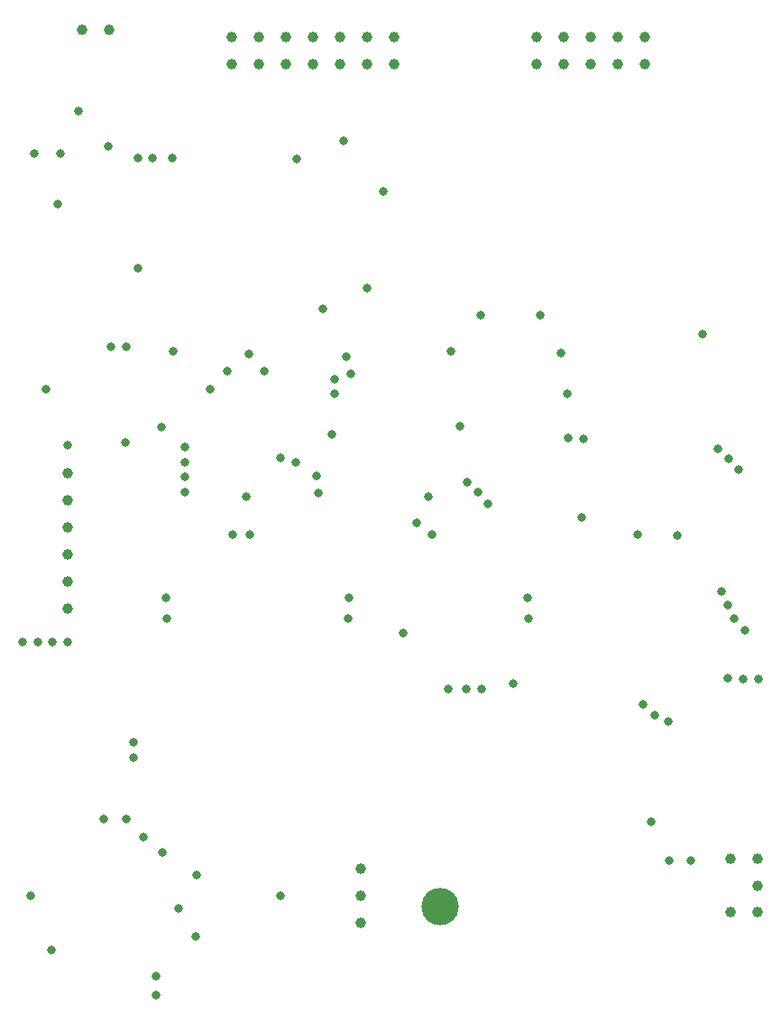
<source format=gbr>
%TF.GenerationSoftware,KiCad,Pcbnew,7.0.1-1.fc37*%
%TF.CreationDate,2023-03-23T23:58:22+01:00*%
%TF.ProjectId,cw-amp-controll-board,63772d61-6d70-42d6-936f-6e74726f6c6c,rev?*%
%TF.SameCoordinates,Original*%
%TF.FileFunction,Plated,1,4,PTH,Drill*%
%TF.FilePolarity,Positive*%
%FSLAX46Y46*%
G04 Gerber Fmt 4.6, Leading zero omitted, Abs format (unit mm)*
G04 Created by KiCad (PCBNEW 7.0.1-1.fc37) date 2023-03-23 23:58:22*
%MOMM*%
%LPD*%
G01*
G04 APERTURE LIST*
%TA.AperFunction,ViaDrill*%
%ADD10C,0.800000*%
%TD*%
%TA.AperFunction,ComponentDrill*%
%ADD11C,1.000000*%
%TD*%
%TA.AperFunction,ComponentDrill*%
%ADD12C,3.500000*%
%TD*%
G04 APERTURE END LIST*
D10*
X116800051Y-122200000D03*
X117500000Y-145974500D03*
X117900500Y-76400000D03*
X118199554Y-122200000D03*
X119000000Y-98500000D03*
X119500000Y-151075000D03*
X119599057Y-122200000D03*
X120100000Y-81100000D03*
X120300000Y-76400000D03*
X120998560Y-122200000D03*
X121000000Y-103700000D03*
X122000000Y-72400000D03*
X124426771Y-138802921D03*
X124850000Y-75700500D03*
X125100000Y-94500000D03*
X126449020Y-103500000D03*
X126500000Y-138775000D03*
X126506505Y-94507002D03*
X127200000Y-133000000D03*
X127206754Y-131593246D03*
X127600000Y-76800000D03*
X127600000Y-87100000D03*
X128100000Y-140475000D03*
X128999503Y-76800000D03*
X129300000Y-153475000D03*
X129300000Y-155300000D03*
X129800000Y-102000000D03*
X129900000Y-141875000D03*
X130200000Y-118000000D03*
X130300000Y-120000000D03*
X130800000Y-76800000D03*
X130900000Y-94900000D03*
X131400000Y-147149500D03*
X131992998Y-105307499D03*
X131999659Y-108106479D03*
X132000000Y-103900994D03*
X132001215Y-106706977D03*
X133000000Y-149800000D03*
X133100000Y-144000000D03*
X134400000Y-98500000D03*
X136000000Y-96800000D03*
X136500000Y-112100000D03*
X137800000Y-108500000D03*
X138000000Y-95200000D03*
X138100000Y-112100000D03*
X139500000Y-96800000D03*
X141000000Y-104900000D03*
X141000000Y-146000000D03*
X142400497Y-105300000D03*
X142500000Y-76900000D03*
X144399531Y-106600469D03*
X144500000Y-108200000D03*
X145000000Y-90900000D03*
X145800000Y-102700000D03*
X146100000Y-97500497D03*
X146100000Y-98900000D03*
X146900000Y-75200000D03*
X147200000Y-95400000D03*
X147300000Y-120000000D03*
X147400000Y-118000000D03*
X147600000Y-97000000D03*
X149100000Y-89000000D03*
X150600000Y-79900000D03*
X152500000Y-121300000D03*
X153800000Y-111000000D03*
X154900000Y-108500000D03*
X155200000Y-112100000D03*
X156700000Y-126600000D03*
X156994064Y-94899500D03*
X157800000Y-101900000D03*
X158400000Y-126600000D03*
X158503904Y-107165261D03*
X159493502Y-108154859D03*
X159800000Y-91500000D03*
X159893246Y-126606754D03*
X160445500Y-109180679D03*
X162800000Y-126100000D03*
X164200000Y-118000000D03*
X164300000Y-120000000D03*
X165400000Y-91500000D03*
X167300000Y-95100000D03*
X167900000Y-98900000D03*
X168000000Y-103000000D03*
X169250000Y-110500980D03*
X169400000Y-103100000D03*
X174500000Y-112100000D03*
X175000000Y-128000000D03*
X175800000Y-139000000D03*
X176146517Y-128999500D03*
X177390910Y-129639885D03*
X177500000Y-142700000D03*
X178200000Y-112200000D03*
X179500000Y-142700000D03*
X180600000Y-93300000D03*
X182012933Y-104035462D03*
X182401460Y-117400000D03*
X183000000Y-125600000D03*
X183000980Y-118704523D03*
X183063782Y-104959758D03*
X183600500Y-119969109D03*
X184000000Y-106000000D03*
X184399363Y-125619787D03*
X184600000Y-121039730D03*
X185817303Y-125615354D03*
D11*
%TO.C,J2*%
X121000000Y-106300000D03*
X121000000Y-108840000D03*
X121000000Y-111380000D03*
X121000000Y-113920000D03*
X121000000Y-116460000D03*
X121000000Y-119000000D03*
%TO.C,J5*%
X122360000Y-64750000D03*
X124900000Y-64750000D03*
%TO.C,J1*%
X136380000Y-65460000D03*
X136380000Y-68000000D03*
X138920000Y-65460000D03*
X138920000Y-68000000D03*
X141460000Y-65460000D03*
X141460000Y-68000000D03*
X144000000Y-65460000D03*
X144000000Y-68000000D03*
X146540000Y-65460000D03*
X146540000Y-68000000D03*
%TO.C,J4*%
X148500000Y-143420000D03*
X148500000Y-145960000D03*
X148500000Y-148500000D03*
%TO.C,J1*%
X149080000Y-65460000D03*
X149080000Y-68000000D03*
X151620000Y-65460000D03*
X151620000Y-68000000D03*
%TO.C,J3*%
X165000000Y-65460000D03*
X165000000Y-68000000D03*
X167540000Y-65460000D03*
X167540000Y-68000000D03*
X170080000Y-65460000D03*
X170080000Y-68000000D03*
X172620000Y-65460000D03*
X172620000Y-68000000D03*
X175160000Y-65460000D03*
X175160000Y-68000000D03*
%TO.C,SW1*%
X183250000Y-142500000D03*
X183250000Y-147500000D03*
X185750000Y-142500000D03*
X185750000Y-145000000D03*
X185750000Y-147500000D03*
D12*
%TO.C,REF\u002A\u002A*%
X155930588Y-147000000D03*
M02*

</source>
